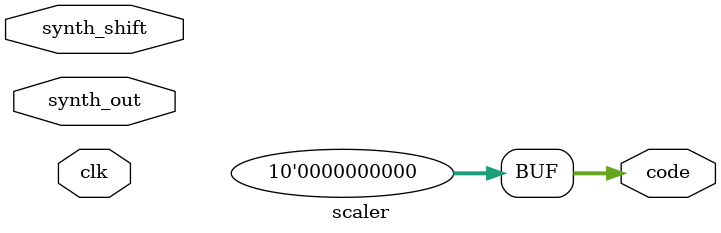
<source format=v>
module scaler (
    input clk,
    input [4:0] synth_shift, // left shift applied to synth_out before truncation and unsigned reranging
    input [13:0] synth_out, // 2s complement signed number
    output [9:0] code // unsigned number
);
    // Remove this line once you have implemented this module
    assign code = 0;
endmodule
</source>
